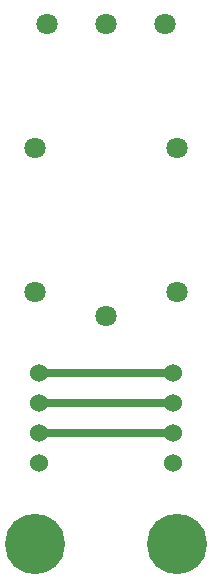
<source format=gbl>
G04 start of page 3 for group 1 idx 1 *
G04 Title: (unknown), bottom *
G04 Creator: pcb 20140316 *
G04 CreationDate: Sat 21 Jan 2017 09:52:20 PM GMT UTC *
G04 For: david *
G04 Format: Gerber/RS-274X *
G04 PCB-Dimensions (mil): 708.66 1968.50 *
G04 PCB-Coordinate-Origin: lower left *
%MOIN*%
%FSLAX25Y25*%
%LNGBL*%
%ADD29C,0.0520*%
%ADD28C,0.0350*%
%ADD27C,0.1024*%
%ADD26C,0.2008*%
%ADD25C,0.0710*%
%ADD24C,0.0600*%
%ADD23C,0.0250*%
G54D23*X12992Y67913D02*X13150D01*
X12992Y57913D02*X57874D01*
X16299Y47913D02*X57874D01*
X12992D02*X16220D01*
X12362Y67913D02*X57874D01*
G54D24*X12992D03*
Y57913D03*
Y47913D03*
G54D25*X11811Y94685D03*
Y142717D03*
G54D24*X57874Y67913D03*
Y57913D03*
Y47913D03*
Y37913D03*
G54D25*X59055Y94685D03*
Y142717D03*
G54D24*X12992Y37913D03*
G54D25*X55118Y184055D03*
X35433D03*
Y86811D03*
X15748Y184055D03*
G54D26*X59055Y10827D03*
X11811D03*
G54D27*G54D28*G54D29*G54D28*G54D29*G54D28*G54D29*M02*

</source>
